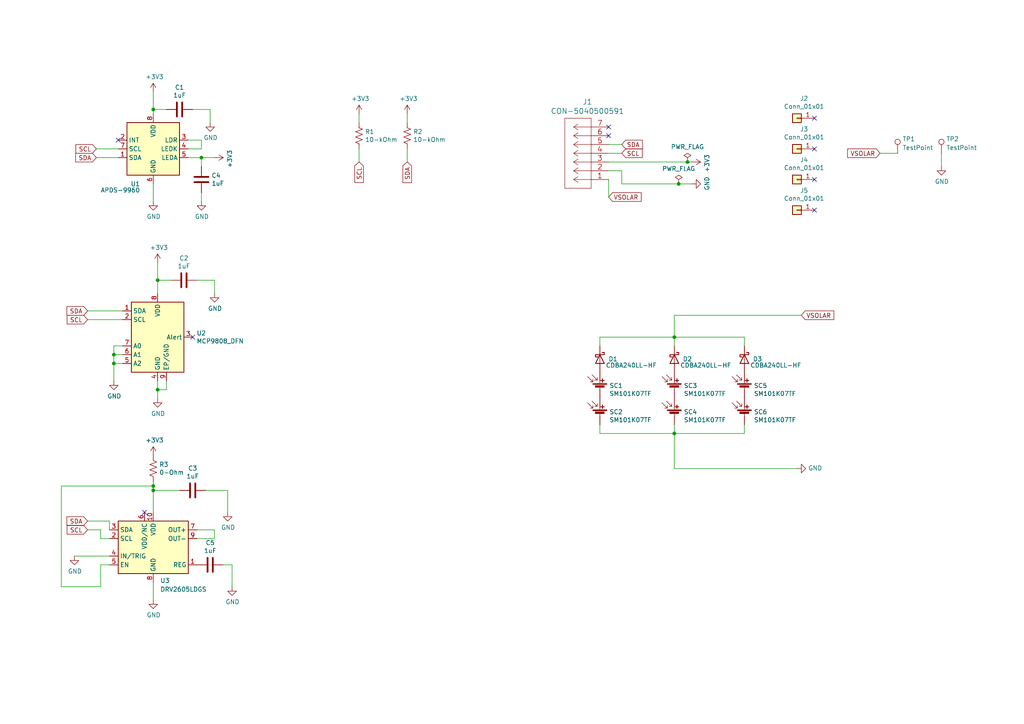
<source format=kicad_sch>
(kicad_sch (version 20211123) (generator eeschema)
  (paper "A4")
  (title_block (title "Solar Panel Board With No Cutout") (date "2022-06-07") (rev "V1.1") (company "CPP BroncoSpace"))
  (lib_symbols
    (symbol "Connector:TestPoint" (pin_numbers hide) (pin_names (offset 0.762) hide)
      (property "Reference" "TP" (at 0 6.858 0))
      (property "Value" "TestPoint" (at 0 5.08 0))
      (symbol "TestPoint_0_1"
        (circle (center 0 3.302) (radius 0.762))
      )
      (symbol "TestPoint_1_1"
        (pin passive line (at 0 0 90) (length 2.54) (name "1") (number "1"))
      )
    )
    (symbol "Connector_Generic:Conn_01x01" (pin_names (offset 1.016) hide)
      (property "Reference" "J" (at 0 2.54 0))
      (property "Value" "Conn_01x01" (at 0 -2.54 0))
      (symbol "Conn_01x01_1_1"
        (rectangle (start -1.27 0.127) (end 0 -0.127) (stroke (width 0.1524)))
        (rectangle (start -1.27 1.27) (end 1.27 -1.27) (stroke (width 0.254)) (fill (type background)))
        (pin passive line (at -5.08 0 0) (length 3.81) (name "Pin_1") (number "1"))
      )
    )
    (symbol "Device:C" (pin_numbers hide) (pin_names (offset 0.254))
      (property "Reference" "C" (at 0.635 2.54 0))
      (property "Value" "C" (at 0.635 -2.54 0))
      (symbol "C_0_1"
        (polyline (pts (xy -2.032 -0.762) (xy 2.032 -0.762)) (stroke (width 0.508)))
        (polyline (pts (xy -2.032 0.762) (xy 2.032 0.762)) (stroke (width 0.508)))
      )
      (symbol "C_1_1"
        (pin passive line (at 0 3.81 270) (length 2.794) (name "~") (number "1"))
        (pin passive line (at 0 -3.81 90) (length 2.794) (name "~") (number "2"))
      )
    )
    (symbol "Device:D_Schottky" (pin_numbers hide) (pin_names (offset 1.016) hide)
      (property "Reference" "D" (at 0 2.54 0))
      (property "Value" "D_Schottky" (at 0 -2.54 0))
      (symbol "D_Schottky_0_1"
        (polyline (pts (xy 1.27 0) (xy -1.27 0)))
        (polyline (pts (xy 1.27 1.27) (xy 1.27 -1.27) (xy -1.27 0) (xy 1.27 1.27)) (stroke (width 0.254)))
        (polyline (pts (xy -1.905 0.635) (xy -1.905 1.27) (xy -1.27 1.27) (xy -1.27 -1.27) (xy -0.635 -1.27) (xy -0.635 -0.635)) (stroke (width 0.254)))
      )
      (symbol "D_Schottky_1_1"
        (pin passive line (at -3.81 0 0) (length 2.54) (name "K") (number "1"))
        (pin passive line (at 3.81 0 180) (length 2.54) (name "A") (number "2"))
      )
    )
    (symbol "Device:R_US" (pin_numbers hide) (pin_names (offset 0))
      (property "Reference" "R" (at 2.54 0 90))
      (property "Value" "R_US" (at -2.54 0 90))
      (symbol "R_US_0_1"
        (polyline (pts (xy 0 -2.286) (xy 0 -2.54)))
        (polyline (pts (xy 0 2.286) (xy 0 2.54)))
        (polyline (pts (xy 0 -0.762) (xy 1.016 -1.143) (xy 0 -1.524) (xy -1.016 -1.905) (xy 0 -2.286)))
        (polyline (pts (xy 0 0.762) (xy 1.016 0.381) (xy 0 0) (xy -1.016 -0.381) (xy 0 -0.762)))
        (polyline (pts (xy 0 2.286) (xy 1.016 1.905) (xy 0 1.524) (xy -1.016 1.143) (xy 0 0.762)))
      )
      (symbol "R_US_1_1"
        (pin passive line (at 0 3.81 270) (length 1.27) (name "~") (number "1"))
        (pin passive line (at 0 -3.81 90) (length 1.27) (name "~") (number "2"))
      )
    )
    (symbol "Device:Solar_Cell" (pin_numbers hide) (pin_names (offset 0) hide)
      (property "Reference" "SC" (at 2.54 2.54 0))
      (property "Value" "Solar_Cell" (at 2.54 0 0))
      (symbol "Solar_Cell_0_1"
        (rectangle (start -2.032 1.778) (end 2.032 1.524) (fill (type outline)))
        (rectangle (start -1.3208 1.1938) (end 1.27 0.6858) (fill (type outline)))
        (polyline (pts (xy -2.032 2.286) (xy -3.556 3.81)))
        (polyline (pts (xy -0.762 2.794) (xy -2.286 4.318)))
        (polyline (pts (xy 0 0.762) (xy 0 0)))
        (polyline (pts (xy 0 1.778) (xy 0 2.54)))
        (polyline (pts (xy 0.254 2.667) (xy 1.27 2.667)) (stroke (width 0.254)))
        (polyline (pts (xy 0.762 3.175) (xy 0.762 2.159)) (stroke (width 0.254)))
        (polyline (pts (xy -2.032 3.048) (xy -2.032 2.286) (xy -2.794 2.286)))
        (polyline (pts (xy -0.762 3.556) (xy -0.762 2.794) (xy -1.524 2.794)))
      )
      (symbol "Solar_Cell_1_1"
        (pin passive line (at 0 5.08 270) (length 2.54) (name "+") (number "1"))
        (pin passive line (at 0 -2.54 90) (length 2.54) (name "-") (number "2"))
      )
    )
    (symbol "Driver_Haptic:DRV2605LDGS"
      (property "Reference" "U" (at -10.16 8.255 0))
      (property "Value" "DRV2605LDGS" (at 2.54 -8.89 0))
      (symbol "DRV2605LDGS_0_1"
        (rectangle (start -10.16 7.62) (end 10.16 -7.62) (stroke (width 0.254)) (fill (type background)))
      )
      (symbol "DRV2605LDGS_1_1"
        (pin passive line (at 12.7 -5.08 180) (length 2.54) (name "REG") (number "1"))
        (pin power_in line (at 0 10.16 270) (length 2.54) (name "VDD") (number "10"))
        (pin input line (at -12.7 2.54 0) (length 2.54) (name "SCL") (number "2"))
        (pin bidirectional line (at -12.7 5.08 0) (length 2.54) (name "SDA") (number "3"))
        (pin input line (at -12.7 -2.54 0) (length 2.54) (name "IN/TRIG") (number "4"))
        (pin input line (at -12.7 -5.08 0) (length 2.54) (name "EN") (number "5"))
        (pin power_in line (at -2.54 10.16 270) (length 2.54) (name "VDD/NC") (number "6"))
        (pin output line (at 12.7 5.08 180) (length 2.54) (name "OUT+") (number "7"))
        (pin power_in line (at 0 -10.16 90) (length 2.54) (name "GND") (number "8"))
        (pin output line (at 12.7 2.54 180) (length 2.54) (name "OUT-") (number "9"))
      )
    )
    (symbol "Sensor_Temperature:MCP9808_DFN"
      (property "Reference" "U" (at -6.35 11.43 0))
      (property "Value" "MCP9808_DFN" (at 10.16 11.43 0))
      (symbol "MCP9808_DFN_0_1"
        (rectangle (start -7.62 10.16) (end 7.62 -10.16) (stroke (width 0.254)) (fill (type background)))
      )
      (symbol "MCP9808_DFN_1_1"
        (pin bidirectional line (at -10.16 7.62 0) (length 2.54) (name "SDA") (number "1"))
        (pin input line (at -10.16 5.08 0) (length 2.54) (name "SCL") (number "2"))
        (pin output line (at 10.16 0 180) (length 2.54) (name "Alert") (number "3"))
        (pin power_in line (at 0 -12.7 90) (length 2.54) (name "GND") (number "4"))
        (pin input line (at -10.16 -7.62 0) (length 2.54) (name "A2") (number "5"))
        (pin input line (at -10.16 -5.08 0) (length 2.54) (name "A1") (number "6"))
        (pin input line (at -10.16 -2.54 0) (length 2.54) (name "A0") (number "7"))
        (pin power_in line (at 0 12.7 270) (length 2.54) (name "VDD") (number "8"))
        (pin power_in line (at 2.54 -12.7 90) (length 2.54) (name "EP/GND") (number "9"))
      )
    )
    (symbol "XYFaces-rescue:APDS-9960-ExtraComponents"
      (property "Reference" "U" (at -7.62 8.89 0))
      (property "Value" "APDS-9960-ExtraComponents" (at 1.27 8.89 0))
      (symbol "APDS-9960-ExtraComponents_0_1"
        (rectangle (start -7.62 7.62) (end 7.62 -7.62) (stroke (width 0.254)) (fill (type background)))
      )
      (symbol "APDS-9960-ExtraComponents_1_1"
        (pin bidirectional line (at -10.16 -2.54 0) (length 2.54) (name "SDA") (number "1"))
        (pin output line (at -10.16 2.54 0) (length 2.54) (name "INT") (number "2"))
        (pin passive line (at 10.16 2.54 180) (length 2.54) (name "LDR") (number "3"))
        (pin passive line (at 10.16 0 180) (length 2.54) (name "LEDK") (number "4"))
        (pin input line (at 10.16 -2.54 180) (length 2.54) (name "LEDA") (number "5"))
        (pin power_in line (at 0 -10.16 90) (length 2.54) (name "GND") (number "6"))
        (pin output line (at -10.16 0 0) (length 2.54) (name "SCL") (number "7"))
        (pin power_in line (at 0 10.16 270) (length 2.54) (name "VDD") (number "8"))
      )
    )
    (symbol "power:GND" (power) (pin_names (offset 0))
      (property "Value" "GND" (at 0 -3.81 0))
      (symbol "GND_0_1"
        (polyline (pts (xy 0 0) (xy 0 -1.27) (xy 1.27 -1.27) (xy 0 -2.54) (xy -1.27 -1.27) (xy 0 -1.27)))
      )
      (symbol "GND_1_1"
        (pin power_in line (at 0 0 270) (length 0) hide (name "GND") (number "1"))
      )
    )
    (symbol "power:PWR_FLAG" (power) (pin_numbers hide) (pin_names (offset 0) hide)
      (property "Value" "PWR_FLAG" (at 0 3.81 0))
      (symbol "PWR_FLAG_0_0"
        (pin power_out line (at 0 0 90) (length 0) (name "pwr") (number "1"))
      )
      (symbol "PWR_FLAG_0_1"
        (polyline (pts (xy 0 0) (xy 0 1.27) (xy -1.016 1.905) (xy 0 2.54) (xy 1.016 1.905) (xy 0 1.27)))
      )
    )
    (symbol "solar-panel-NoCutout-rescue:+3.3V-power" (power) (pin_names (offset 0))
      (property "Value" "+3.3V-power" (at 0 3.556 0))
      (symbol "+3.3V-power_0_1"
        (polyline (pts (xy -0.762 1.27) (xy 0 2.54)))
        (polyline (pts (xy 0 0) (xy 0 2.54)))
        (polyline (pts (xy 0 2.54) (xy 0.762 1.27)))
      )
      (symbol "+3.3V-power_1_1"
        (pin power_in line (at 0 0 90) (length 0) hide (name "+3V3") (number "1"))
      )
    )
    (symbol "solar-panel-NoCutout-rescue:CON-5040500591-ExtraComponents" (pin_names (offset 0.254) hide)
      (property "Reference" "J" (at 8.89 6.35 0))
      (property "Value" "CON-5040500591-ExtraComponents" (at 10.16 -7.62 0))
      (symbol "CON-5040500591-ExtraComponents_1_1"
        (polyline (pts (xy 5.08 -17.78) (xy 12.7 -17.78)) (stroke (width 0.127)))
        (polyline (pts (xy 5.08 2.54) (xy 5.08 -17.78)) (stroke (width 0.127)))
        (polyline (pts (xy 10.16 -15.24) (xy 5.08 -15.24)) (stroke (width 0.127)))
        (polyline (pts (xy 10.16 -15.24) (xy 8.89 -16.0782)) (stroke (width 0.127)))
        (polyline (pts (xy 10.16 -15.24) (xy 8.89 -14.4018)) (stroke (width 0.127)))
        (polyline (pts (xy 10.16 -12.7) (xy 5.08 -12.7)) (stroke (width 0.127)))
        (polyline (pts (xy 10.16 -12.7) (xy 8.89 -13.5382)) (stroke (width 0.127)))
        (polyline (pts (xy 10.16 -12.7) (xy 8.89 -11.8618)) (stroke (width 0.127)))
        (polyline (pts (xy 10.16 -10.16) (xy 5.08 -10.16)) (stroke (width 0.127)))
        (polyline (pts (xy 10.16 -10.16) (xy 8.89 -10.9982)) (stroke (width 0.127)))
        (polyline (pts (xy 10.16 -10.16) (xy 8.89 -9.3218)) (stroke (width 0.127)))
        (polyline (pts (xy 10.16 -7.62) (xy 5.08 -7.62)) (stroke (width 0.127)))
        (polyline (pts (xy 10.16 -7.62) (xy 8.89 -8.4582)) (stroke (width 0.127)))
        (polyline (pts (xy 10.16 -7.62) (xy 8.89 -6.7818)) (stroke (width 0.127)))
        (polyline (pts (xy 10.16 -5.08) (xy 5.08 -5.08)) (stroke (width 0.127)))
        (polyline (pts (xy 10.16 -5.08) (xy 8.89 -5.9182)) (stroke (width 0.127)))
        (polyline (pts (xy 10.16 -5.08) (xy 8.89 -4.2418)) (stroke (width 0.127)))
        (polyline (pts (xy 10.16 -2.54) (xy 5.08 -2.54)) (stroke (width 0.127)))
        (polyline (pts (xy 10.16 -2.54) (xy 8.89 -3.3782)) (stroke (width 0.127)))
        (polyline (pts (xy 10.16 -2.54) (xy 8.89 -1.7018)) (stroke (width 0.127)))
        (polyline (pts (xy 10.16 0) (xy 5.08 0)) (stroke (width 0.127)))
        (polyline (pts (xy 10.16 0) (xy 8.89 -0.8382)) (stroke (width 0.127)))
        (polyline (pts (xy 10.16 0) (xy 8.89 0.8382)) (stroke (width 0.127)))
        (polyline (pts (xy 12.7 -17.78) (xy 12.7 2.54)) (stroke (width 0.127)))
        (polyline (pts (xy 12.7 2.54) (xy 5.08 2.54)) (stroke (width 0.127)))
        (pin unspecified line (at 0 0 0) (length 5.08) (name "1") (number "1"))
        (pin unspecified line (at 0 -2.54 0) (length 5.08) (name "2") (number "2"))
        (pin unspecified line (at 0 -5.08 0) (length 5.08) (name "3") (number "3"))
        (pin unspecified line (at 0 -7.62 0) (length 5.08) (name "4") (number "4"))
        (pin unspecified line (at 0 -10.16 0) (length 5.08) (name "5") (number "5"))
        (pin unspecified line (at 0 -12.7 0) (length 5.08) (name "6") (number "6"))
        (pin unspecified line (at 0 -15.24 0) (length 5.08) (name "7") (number "7"))
      )
    )
    (symbol "solar-panel-side-Z-rescue:+3.3V-power" (power) (pin_names (offset 0))
      (property "Value" "+3.3V-power" (at 0 3.556 0))
      (symbol "+3.3V-power_0_1"
        (polyline (pts (xy -0.762 1.27) (xy 0 2.54)))
        (polyline (pts (xy 0 0) (xy 0 2.54)))
        (polyline (pts (xy 0 2.54) (xy 0.762 1.27)))
      )
      (symbol "+3.3V-power_1_1"
        (pin power_in line (at 0 0 90) (length 0) hide (name "+3V3") (number "1"))
      )
    )
  )
  (junction (at 58.42 45.72))
  (junction (at 33.02 102.87))
  (junction (at 45.72 81.28))
  (junction (at 44.45 31.75))
  (junction (at 44.45 142.24))
  (junction (at 44.45 140.97))
  (junction (at 33.02 105.41))
  (junction (at 195.58 125.73))
  (junction (at 195.58 97.79))
  (junction (at 196.85 53.34))
  (junction (at 199.39 46.99))
  (junction (at 45.72 113.03))
  (no_connect (at 236.22 34.29))
  (no_connect (at 236.22 43.18))
  (no_connect (at 176.53 36.83))
  (no_connect (at 176.53 39.37))
  (no_connect (at 236.22 60.96))
  (no_connect (at 34.29 40.64))
  (no_connect (at 55.88 97.79))
  (no_connect (at 41.91 148.59))
  (no_connect (at 236.22 52.07))
  (wire (pts (xy 29.21 156.21) (xy 31.75 156.21)))
  (wire (pts (xy 45.72 76.2) (xy 45.72 81.28)))
  (wire (pts (xy 176.53 57.15) (xy 176.53 52.07)))
  (wire (pts (xy 45.72 81.28) (xy 49.53 81.28)))
  (wire (pts (xy 44.45 26.67) (xy 44.45 31.75)))
  (wire (pts (xy 57.15 156.21) (xy 62.23 156.21)))
  (wire (pts (xy 173.99 97.79) (xy 173.99 100.33)))
  (wire (pts (xy 25.4 153.67) (xy 29.21 153.67)))
  (wire (pts (xy 29.21 163.83) (xy 29.21 170.18)))
  (wire (pts (xy 35.56 105.41) (xy 33.02 105.41)))
  (wire (pts (xy 196.85 53.34) (xy 200.66 53.34)))
  (wire (pts (xy 31.75 151.13) (xy 31.75 153.67)))
  (wire (pts (xy 176.53 41.91) (xy 180.34 41.91)))
  (wire (pts (xy 25.4 92.71) (xy 35.56 92.71)))
  (wire (pts (xy 173.99 125.73) (xy 173.99 123.19)))
  (wire (pts (xy 33.02 100.33) (xy 33.02 102.87)))
  (wire (pts (xy 33.02 102.87) (xy 33.02 105.41)))
  (wire (pts (xy 58.42 45.72) (xy 58.42 48.26)))
  (wire (pts (xy 260.35 44.45) (xy 255.27 44.45)))
  (wire (pts (xy 180.34 49.53) (xy 180.34 53.34)))
  (wire (pts (xy 54.61 45.72) (xy 58.42 45.72)))
  (wire (pts (xy 29.21 170.18) (xy 17.78 170.18)))
  (wire (pts (xy 118.11 43.18) (xy 118.11 46.99)))
  (wire (pts (xy 29.21 163.83) (xy 31.75 163.83)))
  (wire (pts (xy 59.69 142.24) (xy 66.04 142.24)))
  (wire (pts (xy 44.45 53.34) (xy 44.45 58.42)))
  (wire (pts (xy 45.72 110.49) (xy 45.72 113.03)))
  (wire (pts (xy 58.42 45.72) (xy 62.23 45.72)))
  (wire (pts (xy 25.4 90.17) (xy 35.56 90.17)))
  (wire (pts (xy 66.04 142.24) (xy 66.04 148.59)))
  (wire (pts (xy 195.58 97.79) (xy 215.9 97.79)))
  (wire (pts (xy 44.45 142.24) (xy 52.07 142.24)))
  (wire (pts (xy 118.11 35.56) (xy 118.11 33.02)))
  (wire (pts (xy 60.96 31.75) (xy 60.96 35.56)))
  (wire (pts (xy 35.56 102.87) (xy 33.02 102.87)))
  (wire (pts (xy 17.78 170.18) (xy 17.78 140.97)))
  (wire (pts (xy 44.45 31.75) (xy 44.45 33.02)))
  (wire (pts (xy 176.53 49.53) (xy 180.34 49.53)))
  (wire (pts (xy 57.15 81.28) (xy 62.23 81.28)))
  (wire (pts (xy 27.94 43.18) (xy 34.29 43.18)))
  (wire (pts (xy 35.56 100.33) (xy 33.02 100.33)))
  (wire (pts (xy 104.14 46.99) (xy 104.14 43.18)))
  (wire (pts (xy 55.88 31.75) (xy 60.96 31.75)))
  (wire (pts (xy 44.45 31.75) (xy 48.26 31.75)))
  (wire (pts (xy 104.14 35.56) (xy 104.14 33.02)))
  (wire (pts (xy 64.77 163.83) (xy 67.31 163.83)))
  (wire (pts (xy 180.34 53.34) (xy 196.85 53.34)))
  (wire (pts (xy 44.45 140.97) (xy 44.45 142.24)))
  (wire (pts (xy 48.26 113.03) (xy 45.72 113.03)))
  (wire (pts (xy 29.21 153.67) (xy 29.21 156.21)))
  (wire (pts (xy 176.53 44.45) (xy 180.34 44.45)))
  (wire (pts (xy 173.99 97.79) (xy 195.58 97.79)))
  (wire (pts (xy 48.26 110.49) (xy 48.26 113.03)))
  (wire (pts (xy 62.23 156.21) (xy 62.23 153.67)))
  (wire (pts (xy 58.42 40.64) (xy 58.42 43.18)))
  (wire (pts (xy 62.23 81.28) (xy 62.23 85.09)))
  (wire (pts (xy 25.4 151.13) (xy 31.75 151.13)))
  (wire (pts (xy 45.72 113.03) (xy 45.72 115.57)))
  (wire (pts (xy 195.58 125.73) (xy 215.9 125.73)))
  (wire (pts (xy 27.94 45.72) (xy 34.29 45.72)))
  (wire (pts (xy 273.05 44.45) (xy 273.05 48.26)))
  (wire (pts (xy 195.58 100.33) (xy 195.58 97.79)))
  (wire (pts (xy 33.02 105.41) (xy 33.02 110.49)))
  (wire (pts (xy 54.61 40.64) (xy 58.42 40.64)))
  (wire (pts (xy 67.31 163.83) (xy 67.31 170.18)))
  (wire (pts (xy 215.9 100.33) (xy 215.9 97.79)))
  (wire (pts (xy 199.39 46.99) (xy 200.66 46.99)))
  (wire (pts (xy 21.59 161.29) (xy 31.75 161.29)))
  (wire (pts (xy 173.99 125.73) (xy 195.58 125.73)))
  (wire (pts (xy 44.45 168.91) (xy 44.45 173.99)))
  (wire (pts (xy 44.45 142.24) (xy 44.45 148.59)))
  (wire (pts (xy 195.58 125.73) (xy 195.58 123.19)))
  (wire (pts (xy 44.45 139.7) (xy 44.45 140.97)))
  (wire (pts (xy 45.72 81.28) (xy 45.72 85.09)))
  (wire (pts (xy 215.9 125.73) (xy 215.9 123.19)))
  (wire (pts (xy 58.42 55.88) (xy 58.42 58.42)))
  (wire (pts (xy 195.58 135.89) (xy 231.14 135.89)))
  (wire (pts (xy 17.78 140.97) (xy 44.45 140.97)))
  (wire (pts (xy 57.15 153.67) (xy 62.23 153.67)))
  (wire (pts (xy 195.58 97.79) (xy 195.58 91.44)))
  (wire (pts (xy 176.53 46.99) (xy 199.39 46.99)))
  (wire (pts (xy 195.58 135.89) (xy 195.58 125.73)))
  (wire (pts (xy 58.42 43.18) (xy 54.61 43.18)))
  (wire (pts (xy 195.58 91.44) (xy 232.41 91.44)))
  (global_label "SCL" (shape input) (at 180.34 44.45 0) (property "Intersheet References" "${INTERSHEET_REFS}" (effects hide)))
  (global_label "VSOLAR" (shape input) (at 232.41 91.44 0) (property "Intersheet References" "${INTERSHEET_REFS}" (effects hide)))
  (global_label "SCL" (shape input) (at 25.4 153.67 180) (property "Intersheet References" "${INTERSHEET_REFS}" (effects hide)))
  (global_label "VSOLAR" (shape input) (at 255.27 44.45 180) (property "Intersheet References" "${INTERSHEET_REFS}" (effects hide)))
  (global_label "SDA" (shape input) (at 25.4 151.13 180) (property "Intersheet References" "${INTERSHEET_REFS}" (effects hide)))
  (global_label "SDA" (shape input) (at 118.11 46.99 270) (property "Intersheet References" "${INTERSHEET_REFS}" (effects hide)))
  (global_label "VSOLAR" (shape input) (at 176.53 57.15 0) (property "Intersheet References" "${INTERSHEET_REFS}" (effects hide)))
  (global_label "SCL" (shape input) (at 25.4 92.71 180) (property "Intersheet References" "${INTERSHEET_REFS}" (effects hide)))
  (global_label "SCL" (shape input) (at 104.14 46.99 270) (property "Intersheet References" "${INTERSHEET_REFS}" (effects hide)))
  (global_label "SCL" (shape input) (at 27.94 43.18 180) (property "Intersheet References" "${INTERSHEET_REFS}" (effects hide)))
  (global_label "SDA" (shape input) (at 180.34 41.91 0) (property "Intersheet References" "${INTERSHEET_REFS}" (effects hide)))
  (global_label "SDA" (shape input) (at 25.4 90.17 180) (property "Intersheet References" "${INTERSHEET_REFS}" (effects hide)))
  (global_label "SDA" (shape input) (at 27.94 45.72 180) (property "Intersheet References" "${INTERSHEET_REFS}" (effects hide)))
  (symbol (lib_id "solar-panel-NoCutout-rescue:+3.3V-power") (at 200.66 46.99 270) (unit 1)
    (property "Reference" "#PWR0111" (effects hide))
    (property "Value" "+3.3V" (at 205.0542 47.371 0))
  )
  (symbol (lib_id "power:PWR_FLAG") (at 199.39 46.99 0) (unit 1)
    (property "Reference" "#FLG0101" (effects hide))
    (property "Value" "PWR_FLAG" (at 199.39 42.5958 0))
  )
  (symbol (lib_id "power:PWR_FLAG") (at 196.85 53.34 0) (unit 1)
    (property "Reference" "#FLG0104" (effects hide))
    (property "Value" "PWR_FLAG" (at 196.85 48.9458 0))
  )
  (symbol (lib_id "power:GND") (at 200.66 53.34 90) (unit 1)
    (property "Reference" "#PWR0102" (effects hide))
    (property "Value" "GND" (at 205.0542 53.213 0))
  )
  (symbol (lib_id "solar-panel-NoCutout-rescue:CON-5040500591-ExtraComponents") (at 176.53 52.07 180) (unit 1)
    (property "Reference" "J1" (at 170.3832 29.5402 0) (effects (font (size 1.524 1.524))))
    (property "Value" "CON-5040500591" (at 170.3832 32.2326 0) (effects (font (size 1.524 1.524))))
    (property "Footprint" "SolarPanelBoards:CON_5040500591" (effects hide))
  )
  (symbol (lib_id "Connector_Generic:Conn_01x01") (at 231.14 34.29 180) (unit 1)
    (property "Reference" "J2" (at 233.2228 28.575 0))
    (property "Value" "Conn_01x01" (at 233.2228 30.8864 0))
    (property "Footprint" "SolarPanelBoards:MountingHoles" (effects hide))
  )
  (symbol (lib_id "Connector_Generic:Conn_01x01") (at 231.14 43.18 180) (unit 1)
    (property "Reference" "J3" (at 233.2228 37.465 0))
    (property "Value" "Conn_01x01" (at 233.2228 39.7764 0))
    (property "Footprint" "SolarPanelBoards:MountingHoles" (effects hide))
  )
  (symbol (lib_id "Connector_Generic:Conn_01x01") (at 231.14 52.07 180) (unit 1)
    (property "Reference" "J4" (at 233.2228 46.355 0))
    (property "Value" "Conn_01x01" (at 233.2228 48.6664 0))
    (property "Footprint" "SolarPanelBoards:MountingHoles" (effects hide))
  )
  (symbol (lib_id "Connector_Generic:Conn_01x01") (at 231.14 60.96 180) (unit 1)
    (property "Reference" "J5" (at 233.2228 55.245 0))
    (property "Value" "Conn_01x01" (at 233.2228 57.5564 0))
    (property "Footprint" "SolarPanelBoards:MountingHoles" (effects hide))
  )
  (symbol (lib_id "power:GND") (at 67.31 170.18 0) (unit 1)
    (property "Reference" "#PWR0117" (effects hide))
    (property "Value" "GND" (at 67.437 174.5742 0))
  )
  (symbol (lib_id "Device:Solar_Cell") (at 195.58 120.65 0) (unit 1)
    (property "Reference" "SC4" (at 198.3232 119.4816 0) (effects (justify left)))
    (property "Value" "SM101K07TF" (at 198.3232 121.793 0) (effects (justify left)))
    (property "Footprint" "SolarPanelBoards:KXOB101K08F-TR" (effects hide))
  )
  (symbol (lib_id "power:GND") (at 45.72 115.57 0) (unit 1)
    (property "Reference" "#PWR0116" (effects hide))
    (property "Value" "GND" (at 45.847 119.9642 0))
  )
  (symbol (lib_id "solar-panel-side-Z-rescue:+3.3V-power") (at 44.45 132.08 0) (unit 1)
    (property "Reference" "#PWR0115" (effects hide))
    (property "Value" "+3.3V" (at 44.831 127.6858 0))
  )
  (symbol (lib_id "Driver_Haptic:DRV2605LDGS") (at 44.45 158.75 0) (unit 1)
    (property "Reference" "U3" (at 46.4694 168.4004 0) (effects (justify left)))
    (property "Value" "DRV2605LDGS" (at 46.4694 170.9373 0) (effects (justify left)))
    (property "Footprint" "Package_SO:VSSOP-10_3x3mm_P0.5mm" (effects hide))
    (property "Datasheet" "http://www.ti.com/lit/ds/symlink/drv2605l.pdf" (effects hide))
  )
  (symbol (lib_id "solar-panel-side-Z-rescue:+3.3V-power") (at 44.45 26.67 0) (unit 1)
    (property "Reference" "#PWR0108" (effects hide))
    (property "Value" "+3.3V" (at 44.831 22.2758 0))
  )
  (symbol (lib_id "Device:Solar_Cell") (at 173.99 120.65 0) (unit 1)
    (property "Reference" "SC2" (at 176.7332 119.4816 0) (effects (justify left)))
    (property "Value" "SM101K07TF" (at 176.7332 121.793 0) (effects (justify left)))
    (property "Footprint" "SolarPanelBoards:KXOB101K08F-TR" (effects hide))
  )
  (symbol (lib_id "XYFaces-rescue:APDS-9960-ExtraComponents") (at 44.45 43.18 0) (unit 1)
    (property "Reference" "U1" (at 40.64 53.34 0) (effects (justify right)))
    (property "Value" "APDS-9960" (at 40.64 55.88 0) (effects (justify right bottom)))
    (property "Footprint" "SolarPanelBoards:APDS-9960" (effects hide))
    (property "Datasheet" "https://docs.broadcom.com/docs/AV02-2315EN" (effects hide))
  )
  (symbol (lib_id "Device:D_Schottky") (at 215.9 104.14 270) (unit 1)
    (property "Reference" "D3" (at 219.71 104.14 90))
    (property "Value" "CDBA240LL-HF" (at 232.41 106.68 90) (effects (justify right bottom)))
    (property "Footprint" "SolarPanelBoards:DO-214AC" (effects hide))
  )
  (symbol (lib_id "solar-panel-side-Z-rescue:+3.3V-power") (at 45.72 76.2 0) (unit 1)
    (property "Reference" "#PWR0105" (effects hide))
    (property "Value" "+3.3V" (at 46.101 71.8058 0))
  )
  (symbol (lib_id "Connector:TestPoint") (at 260.35 44.45 0) (unit 1)
    (property "Reference" "TP1" (at 261.747 40.3133 0) (effects (justify left)))
    (property "Value" "TestPoint" (at 261.747 42.8502 0) (effects (justify left)))
    (property "Footprint" "SolarPanelBoards:Test Pad" (effects hide))
  )
  (symbol (lib_id "solar-panel-side-Z-rescue:+3.3V-power") (at 118.11 33.02 0) (unit 1)
    (property "Reference" "#PWR0101" (effects hide))
    (property "Value" "+3.3V" (at 118.491 28.6258 0))
  )
  (symbol (lib_id "Device:R_US") (at 104.14 39.37 0) (unit 1)
    (property "Reference" "R1" (at 105.8672 38.2016 0) (effects (justify left)))
    (property "Value" "10-kOhm" (at 105.8672 40.513 0) (effects (justify left)))
    (property "Footprint" "Resistor_SMD:R_0603_1608Metric" (effects hide))
  )
  (symbol (lib_id "Device:C") (at 52.07 31.75 90) (unit 1)
    (property "Reference" "C1" (at 52.07 25.3492 90))
    (property "Value" "1uF" (at 52.07 27.6606 90))
    (property "Footprint" "Capacitor_SMD:C_0805_2012Metric" (effects hide))
  )
  (symbol (lib_id "power:GND") (at 60.96 35.56 0) (unit 1)
    (property "Reference" "#PWR0110" (effects hide))
    (property "Value" "GND" (at 61.087 39.9542 0))
  )
  (symbol (lib_id "Device:R_US") (at 118.11 39.37 0) (unit 1)
    (property "Reference" "R2" (at 119.8372 38.2016 0) (effects (justify left)))
    (property "Value" "10-kOhm" (at 119.8372 40.513 0) (effects (justify left)))
    (property "Footprint" "Resistor_SMD:R_0603_1608Metric" (effects hide))
  )
  (symbol (lib_id "power:GND") (at 66.04 148.59 0) (unit 1)
    (property "Reference" "#PWR0118" (effects hide))
    (property "Value" "GND" (at 66.167 152.9842 0))
  )
  (symbol (lib_id "Device:C") (at 58.42 52.07 180) (unit 1)
    (property "Reference" "C4" (at 61.341 50.9016 0) (effects (justify right)))
    (property "Value" "1uF" (at 61.341 53.213 0) (effects (justify right)))
    (property "Footprint" "Capacitor_SMD:C_0805_2012Metric" (effects hide))
  )
  (symbol (lib_id "Connector:TestPoint") (at 273.05 44.45 0) (unit 1)
    (property "Reference" "TP2" (at 274.447 40.3133 0) (effects (justify left)))
    (property "Value" "TestPoint" (at 274.447 42.8502 0) (effects (justify left)))
    (property "Footprint" "SolarPanelBoards:Test Pad" (effects hide))
  )
  (symbol (lib_id "power:GND") (at 44.45 58.42 0) (unit 1)
    (property "Reference" "#PWR0106" (effects hide))
    (property "Value" "GND" (at 44.577 62.8142 0))
  )
  (symbol (lib_id "Device:C") (at 55.88 142.24 90) (unit 1)
    (property "Reference" "C3" (at 55.88 135.8392 90))
    (property "Value" "1uF" (at 55.88 138.1506 90))
    (property "Footprint" "Capacitor_SMD:C_0805_2012Metric" (effects hide))
  )
  (symbol (lib_id "Device:C") (at 53.34 81.28 90) (unit 1)
    (property "Reference" "C2" (at 53.34 74.8792 90))
    (property "Value" "1uF" (at 53.34 77.1906 90))
    (property "Footprint" "Capacitor_SMD:C_0805_2012Metric" (effects hide))
  )
  (symbol (lib_id "solar-panel-side-Z-rescue:+3.3V-power") (at 62.23 45.72 270) (unit 1)
    (property "Reference" "#PWR0109" (effects hide))
    (property "Value" "+3.3V" (at 66.6242 46.101 0))
  )
  (symbol (lib_id "power:GND") (at 231.14 135.89 90) (unit 1)
    (property "Reference" "#PWR0121" (effects hide))
    (property "Value" "GND" (at 234.3912 135.763 90) (effects (justify right)))
  )
  (symbol (lib_id "power:GND") (at 21.59 161.29 0) (unit 1)
    (property "Reference" "#PWR0114" (effects hide))
    (property "Value" "GND" (at 21.717 165.6842 0))
  )
  (symbol (lib_id "power:GND") (at 58.42 58.42 0) (unit 1)
    (property "Reference" "#PWR0107" (effects hide))
    (property "Value" "GND" (at 58.547 62.8142 0))
  )
  (symbol (lib_id "Device:C") (at 60.96 163.83 90) (unit 1)
    (property "Reference" "C5" (at 60.96 157.4292 90))
    (property "Value" "1uF" (at 60.96 159.7406 90))
    (property "Footprint" "Capacitor_SMD:C_0805_2012Metric" (effects hide))
  )
  (symbol (lib_id "Device:R_US") (at 44.45 135.89 0) (unit 1)
    (property "Reference" "R3" (at 46.1772 134.7216 0) (effects (justify left)))
    (property "Value" "0-Ohm" (at 46.1772 137.033 0) (effects (justify left)))
    (property "Footprint" "Resistor_SMD:R_0603_1608Metric" (effects hide))
  )
  (symbol (lib_id "power:GND") (at 44.45 173.99 0) (unit 1)
    (property "Reference" "#PWR0119" (effects hide))
    (property "Value" "GND" (at 44.577 178.3842 0))
  )
  (symbol (lib_id "Device:D_Schottky") (at 173.99 104.14 270) (unit 1)
    (property "Reference" "D1" (at 177.8 104.14 90))
    (property "Value" "CDBA240LL-HF" (at 190.5 106.68 90) (effects (justify right bottom)))
    (property "Footprint" "SolarPanelBoards:DO-214AC" (effects hide))
  )
  (symbol (lib_id "power:GND") (at 62.23 85.09 0) (unit 1)
    (property "Reference" "#PWR0104" (effects hide))
    (property "Value" "GND" (at 62.357 89.4842 0))
  )
  (symbol (lib_id "Sensor_Temperature:MCP9808_DFN") (at 45.72 97.79 0) (unit 1)
    (property "Reference" "U2" (at 56.9976 96.6216 0) (effects (justify left)))
    (property "Value" "MCP9808_DFN" (at 56.9976 98.933 0) (effects (justify left)))
    (property "Footprint" "SolarPanelBoards:MCP9808-NoLeadPackage" (effects hide))
    (property "Datasheet" "http://ww1.microchip.com/downloads/en/DeviceDoc/MCP9808-0.5C-Maximum-Accuracy-Digital-Temperature-Sensor-Data-Sheet-DS20005095B.pdf" (effects hide))
  )
  (symbol (lib_id "power:GND") (at 33.02 110.49 0) (unit 1)
    (property "Reference" "#PWR0112" (effects hide))
    (property "Value" "GND" (at 33.147 114.8842 0))
  )
  (symbol (lib_id "Device:Solar_Cell") (at 215.9 113.03 0) (unit 1)
    (property "Reference" "SC5" (at 218.6432 111.8616 0) (effects (justify left)))
    (property "Value" "SM101K07TF" (at 218.6432 114.173 0) (effects (justify left)))
    (property "Footprint" "SolarPanelBoards:KXOB101K08F-TR" (effects hide))
  )
  (symbol (lib_id "solar-panel-side-Z-rescue:+3.3V-power") (at 104.14 33.02 0) (unit 1)
    (property "Reference" "#PWR0103" (effects hide))
    (property "Value" "+3.3V" (at 104.521 28.6258 0))
  )
  (symbol (lib_id "Device:Solar_Cell") (at 173.99 113.03 0) (unit 1)
    (property "Reference" "SC1" (at 176.7332 111.8616 0) (effects (justify left)))
    (property "Value" "SM101K07TF" (at 176.7332 114.173 0) (effects (justify left)))
    (property "Footprint" "SolarPanelBoards:KXOB101K08F-TR" (effects hide))
  )
  (symbol (lib_id "Device:Solar_Cell") (at 215.9 120.65 0) (unit 1)
    (property "Reference" "SC6" (at 218.6432 119.4816 0) (effects (justify left)))
    (property "Value" "SM101K07TF" (at 218.6432 121.793 0) (effects (justify left)))
    (property "Footprint" "SolarPanelBoards:KXOB101K08F-TR" (effects hide))
  )
  (symbol (lib_id "Device:Solar_Cell") (at 195.58 113.03 0) (unit 1)
    (property "Reference" "SC3" (at 198.3232 111.8616 0) (effects (justify left)))
    (property "Value" "SM101K07TF" (at 198.3232 114.173 0) (effects (justify left)))
    (property "Footprint" "SolarPanelBoards:KXOB101K08F-TR" (effects hide))
  )
  (symbol (lib_id "power:GND") (at 273.05 48.26 0) (unit 1)
    (property "Reference" "#PWR0120" (effects hide))
    (property "Value" "GND" (at 273.177 52.6542 0))
  )
  (symbol (lib_id "Device:D_Schottky") (at 195.58 104.14 270) (unit 1)
    (property "Reference" "D2" (at 199.39 104.14 90))
    (property "Value" "CDBA240LL-HF" (at 212.09 106.68 90) (effects (justify right bottom)))
    (property "Footprint" "SolarPanelBoards:DO-214AC" (effects hide))
  )
)
</source>
